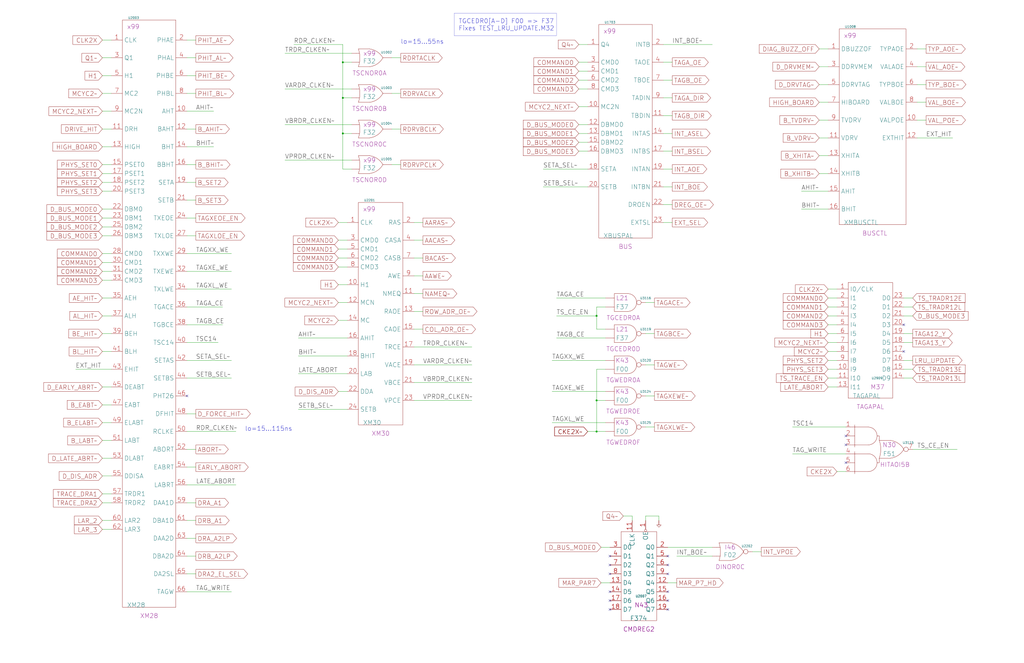
<source format=kicad_sch>
(kicad_sch (version 20230121) (generator eeschema)
  (paper "User" 584.2 378.46)
  (title_block (title "CONTROL\\nTAGSTORE CONTROL\\nRDR CLOCK GENERATION") (date "08-MAR-90") (rev "0.0") (comment 1 "MEM32 BOARD") (comment 2 "232-003066") (comment 3 "S400") (comment 4 "RELEASED"))
  (junction (at 195.58 76.2))
  (junction (at 340.36 246.38))
  (junction (at 340.36 180.34))
  (junction (at 195.58 35.56))
  (junction (at 340.36 228.6))
  (junction (at 195.58 55.88))
  (no_connect (at 347.98 317.5))
  (no_connect (at 381 347.98))
  (no_connect (at 515.62 185.42))
  (no_connect (at 482.6 254))
  (no_connect (at 482.6 248.92))
  (no_connect (at 347.98 337.82))
  (no_connect (at 381 317.5))
  (no_connect (at 515.62 200.66))
  (no_connect (at 381 322.58))
  (no_connect (at 347.98 322.58))
  (no_connect (at 482.6 264.16))
  (no_connect (at 347.98 342.9))
  (no_connect (at 381 342.9))
  (no_connect (at 381 337.82))
  (no_connect (at 381 327.66))
  (no_connect (at 106.68 226.06))
  (no_connect (at 347.98 327.66))
  (no_connect (at 347.98 347.98))
  (wire (pts (xy 452.12 259.08) (xy 482.6 259.08)))
  (wire (pts (xy 106.68 276.86) (xy 134.62 276.86)))
  (wire (pts (xy 58.42 63.5) (xy 63.5 63.5)))
  (wire (pts (xy 58.42 109.22) (xy 63.5 109.22)))
  (wire (pts (xy 106.68 266.7) (xy 111.76 266.7)))
  (wire (pts (xy 378.46 116.84) (xy 383.54 116.84)))
  (wire (pts (xy 368.3 208.28) (xy 373.38 208.28)))
  (wire (pts (xy 195.58 25.4) (xy 195.58 35.56)))
  (wire (pts (xy 340.36 246.38) (xy 345.44 246.38)))
  (wire (pts (xy 58.42 93.98) (xy 63.5 93.98)))
  (wire (pts (xy 58.42 124.46) (xy 63.5 124.46)))
  (wire (pts (xy 195.58 76.2) (xy 195.58 96.52)))
  (wire (pts (xy 106.68 114.3) (xy 111.76 114.3)))
  (wire (pts (xy 106.68 73.66) (xy 111.76 73.66)))
  (wire (pts (xy 223.52 93.98) (xy 228.6 93.98)))
  (wire (pts (xy 106.68 297.18) (xy 111.76 297.18)))
  (wire (pts (xy 330.2 71.12) (xy 335.28 71.12)))
  (wire (pts (xy 58.42 287.02) (xy 63.5 287.02)))
  (wire (pts (xy 223.52 33.02) (xy 228.6 33.02)))
  (wire (pts (xy 330.2 81.28) (xy 335.28 81.28)))
  (wire (pts (xy 523.24 27.94) (xy 528.32 27.94)))
  (wire (pts (xy 195.58 76.2) (xy 200.66 76.2)))
  (wire (pts (xy 472.44 165.1) (xy 477.52 165.1)))
  (polyline (pts (xy 317.5 20.32) (xy 259.08 20.32)) (stroke (width 0.0243)))
  (wire (pts (xy 236.22 208.28) (xy 269.24 208.28)))
  (wire (pts (xy 162.56 50.8) (xy 200.66 50.8)))
  (wire (pts (xy 106.68 256.54) (xy 111.76 256.54)))
  (wire (pts (xy 342.9 312.42) (xy 347.98 312.42)))
  (wire (pts (xy 378.46 127) (xy 383.54 127)))
  (wire (pts (xy 330.2 40.64) (xy 335.28 40.64)))
  (wire (pts (xy 368.3 294.64) (xy 368.3 297.18)))
  (wire (pts (xy 515.62 215.9) (xy 520.7 215.9)))
  (wire (pts (xy 472.44 185.42) (xy 477.52 185.42)))
  (wire (pts (xy 106.68 33.02) (xy 111.76 33.02)))
  (wire (pts (xy 515.62 180.34) (xy 520.7 180.34)))
  (wire (pts (xy 58.42 43.18) (xy 63.5 43.18)))
  (wire (pts (xy 236.22 157.48) (xy 241.3 157.48)))
  (wire (pts (xy 368.3 243.84) (xy 373.38 243.84)))
  (wire (pts (xy 467.36 48.26) (xy 472.44 48.26)))
  (wire (pts (xy 472.44 170.18) (xy 477.52 170.18)))
  (wire (pts (xy 193.04 172.72) (xy 198.12 172.72)))
  (wire (pts (xy 106.68 195.58) (xy 124.46 195.58)))
  (wire (pts (xy 58.42 33.02) (xy 63.5 33.02)))
  (wire (pts (xy 378.46 55.88) (xy 383.54 55.88)))
  (wire (pts (xy 193.04 152.4) (xy 198.12 152.4)))
  (wire (pts (xy 340.36 246.38) (xy 340.36 228.6)))
  (wire (pts (xy 457.2 119.38) (xy 472.44 119.38)))
  (wire (pts (xy 378.46 35.56) (xy 383.54 35.56)))
  (wire (pts (xy 106.68 134.62) (xy 111.76 134.62)))
  (wire (pts (xy 106.68 215.9) (xy 132.08 215.9)))
  (wire (pts (xy 58.42 180.34) (xy 63.5 180.34)))
  (wire (pts (xy 193.04 137.16) (xy 198.12 137.16)))
  (wire (pts (xy 170.18 233.68) (xy 198.12 233.68)))
  (wire (pts (xy 378.46 96.52) (xy 383.54 96.52)))
  (wire (pts (xy 106.68 22.86) (xy 111.76 22.86)))
  (wire (pts (xy 467.36 99.06) (xy 472.44 99.06)))
  (wire (pts (xy 477.52 269.24) (xy 482.6 269.24)))
  (wire (pts (xy 58.42 104.14) (xy 63.5 104.14)))
  (wire (pts (xy 467.36 88.9) (xy 472.44 88.9)))
  (wire (pts (xy 472.44 200.66) (xy 477.52 200.66)))
  (wire (pts (xy 58.42 302.26) (xy 63.5 302.26)))
  (wire (pts (xy 106.68 144.78) (xy 132.08 144.78)))
  (wire (pts (xy 340.36 228.6) (xy 345.44 228.6)))
  (wire (pts (xy 467.36 68.58) (xy 472.44 68.58)))
  (wire (pts (xy 467.36 58.42) (xy 472.44 58.42)))
  (wire (pts (xy 378.46 45.72) (xy 383.54 45.72)))
  (wire (pts (xy 472.44 205.74) (xy 477.52 205.74)))
  (wire (pts (xy 106.68 337.82) (xy 132.08 337.82)))
  (wire (pts (xy 368.3 226.06) (xy 373.38 226.06)))
  (wire (pts (xy 515.62 205.74) (xy 520.7 205.74)))
  (wire (pts (xy 236.22 187.96) (xy 241.3 187.96)))
  (wire (pts (xy 106.68 83.82) (xy 121.92 83.82)))
  (wire (pts (xy 195.58 35.56) (xy 200.66 35.56)))
  (wire (pts (xy 106.68 236.22) (xy 111.76 236.22)))
  (wire (pts (xy 340.36 175.26) (xy 340.36 180.34)))
  (wire (pts (xy 386.08 317.5) (xy 406.4 317.5)))
  (wire (pts (xy 309.88 96.52) (xy 335.28 96.52)))
  (wire (pts (xy 317.5 170.18) (xy 345.44 170.18)))
  (wire (pts (xy 515.62 210.82) (xy 520.7 210.82)))
  (wire (pts (xy 193.04 223.52) (xy 198.12 223.52)))
  (wire (pts (xy 236.22 198.12) (xy 269.24 198.12)))
  (wire (pts (xy 314.96 241.3) (xy 345.44 241.3)))
  (wire (pts (xy 106.68 43.18) (xy 111.76 43.18)))
  (wire (pts (xy 523.24 48.26) (xy 528.32 48.26)))
  (wire (pts (xy 236.22 137.16) (xy 241.3 137.16)))
  (wire (pts (xy 58.42 231.14) (xy 63.5 231.14)))
  (wire (pts (xy 378.46 76.2) (xy 383.54 76.2)))
  (wire (pts (xy 106.68 154.94) (xy 132.08 154.94)))
  (wire (pts (xy 106.68 317.5) (xy 111.76 317.5)))
  (wire (pts (xy 342.9 332.74) (xy 347.98 332.74)))
  (wire (pts (xy 106.68 104.14) (xy 111.76 104.14)))
  (wire (pts (xy 472.44 190.5) (xy 477.52 190.5)))
  (wire (pts (xy 378.46 86.36) (xy 383.54 86.36)))
  (wire (pts (xy 195.58 55.88) (xy 200.66 55.88)))
  (wire (pts (xy 317.5 193.04) (xy 345.44 193.04)))
  (wire (pts (xy 106.68 53.34) (xy 111.76 53.34)))
  (wire (pts (xy 452.12 243.84) (xy 482.6 243.84)))
  (wire (pts (xy 106.68 205.74) (xy 132.08 205.74)))
  (wire (pts (xy 106.68 165.1) (xy 132.08 165.1)))
  (wire (pts (xy 236.22 177.8) (xy 241.3 177.8)))
  (wire (pts (xy 472.44 220.98) (xy 477.52 220.98)))
  (wire (pts (xy 340.36 210.82) (xy 345.44 210.82)))
  (wire (pts (xy 58.42 261.62) (xy 63.5 261.62)))
  (wire (pts (xy 162.56 30.48) (xy 200.66 30.48)))
  (wire (pts (xy 317.5 180.34) (xy 340.36 180.34)))
  (wire (pts (xy 58.42 83.82) (xy 63.5 83.82)))
  (wire (pts (xy 515.62 195.58) (xy 520.7 195.58)))
  (wire (pts (xy 58.42 271.78) (xy 63.5 271.78)))
  (wire (pts (xy 58.42 200.66) (xy 63.5 200.66)))
  (wire (pts (xy 429.26 314.96) (xy 434.34 314.96)))
  (wire (pts (xy 515.62 170.18) (xy 520.7 170.18)))
  (wire (pts (xy 58.42 129.54) (xy 63.5 129.54)))
  (wire (pts (xy 58.42 134.62) (xy 63.5 134.62)))
  (wire (pts (xy 309.88 106.68) (xy 335.28 106.68)))
  (wire (pts (xy 58.42 190.5) (xy 63.5 190.5)))
  (wire (pts (xy 378.46 66.04) (xy 383.54 66.04)))
  (wire (pts (xy 58.42 22.86) (xy 63.5 22.86)))
  (wire (pts (xy 236.22 167.64) (xy 241.3 167.64)))
  (wire (pts (xy 330.2 60.96) (xy 335.28 60.96)))
  (polyline (pts (xy 259.08 7.62) (xy 259.08 20.32)) (stroke (width 0.0243)))
  (wire (pts (xy 236.22 127) (xy 241.3 127)))
  (wire (pts (xy 106.68 63.5) (xy 121.92 63.5)))
  (wire (pts (xy 58.42 154.94) (xy 63.5 154.94)))
  (wire (pts (xy 170.18 203.2) (xy 198.12 203.2)))
  (wire (pts (xy 58.42 281.94) (xy 63.5 281.94)))
  (wire (pts (xy 330.2 86.36) (xy 335.28 86.36)))
  (wire (pts (xy 58.42 170.18) (xy 63.5 170.18)))
  (wire (pts (xy 223.52 53.34) (xy 228.6 53.34)))
  (wire (pts (xy 162.56 71.12) (xy 200.66 71.12)))
  (wire (pts (xy 106.68 185.42) (xy 127 185.42)))
  (wire (pts (xy 58.42 297.18) (xy 63.5 297.18)))
  (wire (pts (xy 58.42 99.06) (xy 63.5 99.06)))
  (wire (pts (xy 58.42 241.3) (xy 63.5 241.3)))
  (wire (pts (xy 193.04 162.56) (xy 198.12 162.56)))
  (wire (pts (xy 335.28 246.38) (xy 340.36 246.38)))
  (wire (pts (xy 314.96 223.52) (xy 345.44 223.52)))
  (wire (pts (xy 340.36 210.82) (xy 340.36 228.6)))
  (wire (pts (xy 106.68 93.98) (xy 111.76 93.98)))
  (wire (pts (xy 472.44 210.82) (xy 477.52 210.82)))
  (wire (pts (xy 330.2 35.56) (xy 335.28 35.56)))
  (wire (pts (xy 236.22 228.6) (xy 269.24 228.6)))
  (wire (pts (xy 193.04 147.32) (xy 198.12 147.32)))
  (wire (pts (xy 314.96 205.74) (xy 345.44 205.74)))
  (wire (pts (xy 381 312.42) (xy 406.4 312.42)))
  (wire (pts (xy 106.68 175.26) (xy 127 175.26)))
  (wire (pts (xy 195.58 35.56) (xy 195.58 55.88)))
  (wire (pts (xy 43.18 210.82) (xy 63.5 210.82)))
  (wire (pts (xy 523.24 58.42) (xy 528.32 58.42)))
  (wire (pts (xy 467.36 38.1) (xy 472.44 38.1)))
  (wire (pts (xy 106.68 307.34) (xy 111.76 307.34)))
  (wire (pts (xy 472.44 195.58) (xy 477.52 195.58)))
  (wire (pts (xy 330.2 45.72) (xy 335.28 45.72)))
  (wire (pts (xy 457.2 109.22) (xy 472.44 109.22)))
  (wire (pts (xy 360.68 294.64) (xy 360.68 297.18)))
  (wire (pts (xy 330.2 50.8) (xy 335.28 50.8)))
  (wire (pts (xy 515.62 175.26) (xy 520.7 175.26)))
  (wire (pts (xy 467.36 78.74) (xy 472.44 78.74)))
  (wire (pts (xy 193.04 127) (xy 198.12 127)))
  (wire (pts (xy 340.36 187.96) (xy 340.36 180.34)))
  (wire (pts (xy 195.58 55.88) (xy 195.58 76.2)))
  (wire (pts (xy 106.68 287.02) (xy 111.76 287.02)))
  (wire (pts (xy 236.22 218.44) (xy 269.24 218.44)))
  (wire (pts (xy 58.42 144.78) (xy 63.5 144.78)))
  (wire (pts (xy 472.44 175.26) (xy 477.52 175.26)))
  (wire (pts (xy 170.18 213.36) (xy 198.12 213.36)))
  (wire (pts (xy 375.92 294.64) (xy 375.92 297.18)))
  (wire (pts (xy 106.68 327.66) (xy 111.76 327.66)))
  (wire (pts (xy 520.7 256.54) (xy 546.1 256.54)))
  (wire (pts (xy 170.18 193.04) (xy 198.12 193.04)))
  (wire (pts (xy 58.42 119.38) (xy 63.5 119.38)))
  (wire (pts (xy 378.46 25.4) (xy 406.4 25.4)))
  (wire (pts (xy 193.04 142.24) (xy 198.12 142.24)))
  (wire (pts (xy 167.64 25.4) (xy 195.58 25.4)))
  (wire (pts (xy 368.3 190.5) (xy 373.38 190.5)))
  (wire (pts (xy 523.24 78.74) (xy 543.56 78.74)))
  (wire (pts (xy 375.92 294.64) (xy 368.3 294.64)))
  (wire (pts (xy 467.36 27.94) (xy 472.44 27.94)))
  (wire (pts (xy 162.56 91.44) (xy 200.66 91.44)))
  (wire (pts (xy 472.44 215.9) (xy 477.52 215.9)))
  (wire (pts (xy 523.24 68.58) (xy 528.32 68.58)))
  (polyline (pts (xy 317.5 7.62) (xy 317.5 20.32)) (stroke (width 0.0243)))
  (wire (pts (xy 378.46 106.68) (xy 383.54 106.68)))
  (wire (pts (xy 106.68 124.46) (xy 111.76 124.46)))
  (wire (pts (xy 58.42 220.98) (xy 63.5 220.98)))
  (wire (pts (xy 345.44 175.26) (xy 340.36 175.26)))
  (wire (pts (xy 330.2 76.2) (xy 335.28 76.2)))
  (wire (pts (xy 58.42 73.66) (xy 63.5 73.66)))
  (wire (pts (xy 195.58 96.52) (xy 200.66 96.52)))
  (polyline (pts (xy 259.08 7.62) (xy 317.5 7.62)) (stroke (width 0.0243)))
  (wire (pts (xy 330.2 25.4) (xy 335.28 25.4)))
  (wire (pts (xy 345.44 187.96) (xy 340.36 187.96)))
  (wire (pts (xy 106.68 246.38) (xy 134.62 246.38)))
  (wire (pts (xy 193.04 182.88) (xy 198.12 182.88)))
  (wire (pts (xy 515.62 190.5) (xy 520.7 190.5)))
  (wire (pts (xy 236.22 147.32) (xy 241.3 147.32)))
  (wire (pts (xy 472.44 180.34) (xy 477.52 180.34)))
  (wire (pts (xy 58.42 149.86) (xy 63.5 149.86)))
  (wire (pts (xy 58.42 160.02) (xy 63.5 160.02)))
  (wire (pts (xy 223.52 73.66) (xy 228.6 73.66)))
  (wire (pts (xy 355.6 294.64) (xy 360.68 294.64)))
  (wire (pts (xy 58.42 53.34) (xy 63.5 53.34)))
  (wire (pts (xy 368.3 172.72) (xy 373.38 172.72)))
  (wire (pts (xy 381 332.74) (xy 386.08 332.74)))
  (wire (pts (xy 58.42 251.46) (xy 63.5 251.46)))
  (wire (pts (xy 523.24 38.1) (xy 528.32 38.1)))
  (text "lo=15…55ns" (at 228.6 25.4 0) (effects (font (size 2.54 2.54)) (justify left bottom)))
  (text "TGCEDR0[A-D] F00 => F37\nFixes TEST_LRU_UPDATE.M32" (at 261.62 17.78 0) (effects (font (size 2.54 2.54)) (justify left bottom)))
  (text "lo=15…115ns" (at 139.7 246.38 0) (effects (font (size 2.54 2.54)) (justify left bottom)))
  (label "AHIT~" (at 457.2 109.22 0) (effects (font (size 2.54 2.54))))
  (label "EXT_HIT" (at 528.32 78.74 0) (effects (font (size 2.54 2.54))))
  (label "VPRDR_CLKEN~" (at 241.3 228.6 0) (effects (font (size 2.54 2.54))))
  (label "TAGXX_WE" (at 111.76 144.78 0) (effects (font (size 2.54 2.54))))
  (label "SETB_SEL~" (at 309.88 106.68 0) (effects (font (size 2.54 2.54))))
  (label "SETB_SEL~" (at 170.18 233.68 0) (effects (font (size 2.54 2.54))))
  (label "TAGXE_WE" (at 314.96 223.52 0) (effects (font (size 2.54 2.54))))
  (label "TAGB_CE" (at 317.5 193.04 0) (effects (font (size 2.54 2.54))))
  (label "TAG_WRITE" (at 111.76 337.82 0) (effects (font (size 2.54 2.54))))
  (label "AHIT~" (at 111.76 63.5 0) (effects (font (size 2.54 2.54))))
  (label "VBRDR_CLKEN~" (at 162.56 71.12 0) (effects (font (size 2.54 2.54))))
  (label "VBRDR_CLKEN~" (at 241.3 218.44 0) (effects (font (size 2.54 2.54))))
  (label "VARDR_CLKEN~" (at 241.3 208.28 0) (effects (font (size 2.54 2.54))))
  (label "SETB_SEL~" (at 111.76 215.9 0) (effects (font (size 2.54 2.54))))
  (label "TAGXX_WE" (at 314.96 205.74 0) (effects (font (size 2.54 2.54))))
  (label "TSC14" (at 111.76 195.58 0) (effects (font (size 2.54 2.54))))
  (label "BHIT~" (at 111.76 83.82 0) (effects (font (size 2.54 2.54))))
  (label "TAGA_CE" (at 317.5 170.18 0) (effects (font (size 2.54 2.54))))
  (label "TRDR_CLKEN~" (at 241.3 198.12 0) (effects (font (size 2.54 2.54))))
  (label "TAGB_CE" (at 111.76 185.42 0) (effects (font (size 2.54 2.54))))
  (label "LATE_ABORT" (at 111.76 276.86 0) (effects (font (size 2.54 2.54))))
  (label "RDR_CLKEN~" (at 111.76 246.38 0) (effects (font (size 2.54 2.54))))
  (label "INT_BOE~" (at 383.54 25.4 0) (effects (font (size 2.54 2.54))))
  (label "VPRDR_CLKEN~" (at 162.56 91.44 0) (effects (font (size 2.54 2.54))))
  (label "TAGXL_WE" (at 314.96 241.3 0) (effects (font (size 2.54 2.54))))
  (label "EXT_HIT" (at 43.18 210.82 0) (effects (font (size 2.54 2.54))))
  (label "TS_CE_EN" (at 523.24 256.54 0) (effects (font (size 2.54 2.54))))
  (label "INT_BOE~" (at 386.08 317.5 0) (effects (font (size 2.54 2.54))))
  (label "TAGA_CE" (at 111.76 175.26 0) (effects (font (size 2.54 2.54))))
  (label "BHIT~" (at 457.2 119.38 0) (effects (font (size 2.54 2.54))))
  (label "BHIT~" (at 170.18 203.2 0) (effects (font (size 2.54 2.54))))
  (label "TAGXL_WE" (at 111.76 165.1 0) (effects (font (size 2.54 2.54))))
  (label "TS_CE_EN" (at 317.5 180.34 0) (effects (font (size 2.54 2.54))))
  (label "TSC14" (at 452.12 243.84 0) (effects (font (size 2.54 2.54))))
  (label "AHIT~" (at 170.18 193.04 0) (effects (font (size 2.54 2.54))))
  (label "TAGXE_WE" (at 111.76 154.94 0) (effects (font (size 2.54 2.54))))
  (label "TAG_WRITE" (at 452.12 259.08 0) (effects (font (size 2.54 2.54))))
  (label "LATE_ABORT" (at 170.18 213.36 0) (effects (font (size 2.54 2.54))))
  (label "SETA_SEL~" (at 309.88 96.52 0) (effects (font (size 2.54 2.54))))
  (label "RDR_CLKEN~" (at 167.64 25.4 0) (effects (font (size 2.54 2.54))))
  (label "TRDR_CLKEN~" (at 162.56 30.48 0) (effects (font (size 2.54 2.54))))
  (label "VARDR_CLKEN~" (at 162.56 50.8 0) (effects (font (size 2.54 2.54))))
  (label "SETA_SEL~" (at 111.76 205.74 0) (effects (font (size 2.54 2.54))))
  (global_label "COMMAND2" (shape input) (at 330.2 45.72 180) (effects (font (size 2.54 2.54))) (property "Intersheetrefs" "${INTERSHEET_REFS}" (at 304.5702 45.5613 0) (effects (font (size 1.905 1.905)) (justify right))))
  (global_label "INT_ASEL" (shape output) (at 383.54 76.2 0) (effects (font (size 2.54 2.54))) (property "Intersheetrefs" "${INTERSHEET_REFS}" (at 405.0574 76.0413 0) (effects (font (size 1.905 1.905)) (justify left))))
  (global_label "D_BUS_MODE2" (shape input) (at 330.2 81.28 180) (effects (font (size 2.54 2.54))) (property "Intersheetrefs" "${INTERSHEET_REFS}" (at 298.5226 81.1213 0) (effects (font (size 1.905 1.905)) (justify right))))
  (global_label "D_BUS_MODE3" (shape input) (at 330.2 86.36 180) (effects (font (size 2.54 2.54))) (property "Intersheetrefs" "${INTERSHEET_REFS}" (at 298.5226 86.2013 0) (effects (font (size 1.905 1.905)) (justify right))))
  (global_label "PHIT_BL~" (shape output) (at 111.76 53.34 0) (effects (font (size 2.54 2.54))) (property "Intersheetrefs" "${INTERSHEET_REFS}" (at 133.2774 53.1813 0) (effects (font (size 1.905 1.905)) (justify left))))
  (global_label "D_DRVMEM~" (shape input) (at 467.36 38.1 180) (effects (font (size 2.54 2.54))) (property "Intersheetrefs" "${INTERSHEET_REFS}" (at 440.8835 37.9413 0) (effects (font (size 1.905 1.905)) (justify right))))
  (global_label "PHIT_BE~" (shape output) (at 111.76 43.18 0) (effects (font (size 2.54 2.54))) (property "Intersheetrefs" "${INTERSHEET_REFS}" (at 133.5193 43.0213 0) (effects (font (size 1.905 1.905)) (justify left))))
  (global_label "D_LATE_ABRT~" (shape input) (at 58.42 261.62 180) (effects (font (size 2.54 2.54))) (property "Intersheetrefs" "${INTERSHEET_REFS}" (at 27.7102 261.4613 0) (effects (font (size 1.905 1.905)) (justify right))))
  (global_label "TAGA_DIR" (shape output) (at 383.54 55.88 0) (effects (font (size 2.54 2.54))) (property "Intersheetrefs" "${INTERSHEET_REFS}" (at 405.4203 55.7213 0) (effects (font (size 1.905 1.905)) (justify left))))
  (global_label "B_TVDRV~" (shape input) (at 467.36 68.58 180) (effects (font (size 2.54 2.54))) (property "Intersheetrefs" "${INTERSHEET_REFS}" (at 444.875 68.4213 0) (effects (font (size 1.905 1.905)) (justify right))))
  (global_label "B_SET2" (shape output) (at 111.76 104.14 0) (effects (font (size 2.54 2.54))) (property "Intersheetrefs" "${INTERSHEET_REFS}" (at 130.1327 103.9813 0) (effects (font (size 1.905 1.905)) (justify left))))
  (global_label "VAL_POE~" (shape output) (at 528.32 68.58 0) (effects (font (size 2.54 2.54))) (property "Intersheetrefs" "${INTERSHEET_REFS}" (at 550.805 68.4213 0) (effects (font (size 1.905 1.905)) (justify left))))
  (global_label "CLK2X~" (shape input) (at 193.04 127 180) (effects (font (size 2.54 2.54))) (property "Intersheetrefs" "${INTERSHEET_REFS}" (at 173.441 127 0) (effects (justify right))))
  (global_label "TAGBCE~" (shape output) (at 373.38 190.5 0) (effects (font (size 2.54 2.54))) (property "Intersheetrefs" "${INTERSHEET_REFS}" (at 396.4698 190.3413 0) (effects (font (size 1.905 1.905)) (justify left))))
  (global_label "TYP_BOE~" (shape output) (at 528.32 48.26 0) (effects (font (size 2.54 2.54))) (property "Intersheetrefs" "${INTERSHEET_REFS}" (at 551.047 48.1013 0) (effects (font (size 1.905 1.905)) (justify left))))
  (global_label "AARAS~" (shape output) (at 241.3 127 0) (effects (font (size 2.54 2.54))) (property "Intersheetrefs" "${INTERSHEET_REFS}" (at 259.4308 126.8413 0) (effects (font (size 1.905 1.905)) (justify left))))
  (global_label "PHYS_SET2" (shape input) (at 472.44 205.74 180) (effects (font (size 2.54 2.54))) (property "Intersheetrefs" "${INTERSHEET_REFS}" (at 446.8102 205.5813 0) (effects (font (size 1.905 1.905)) (justify right))))
  (global_label "MCYC2~" (shape input) (at 58.42 53.34 180) (effects (font (size 2.54 2.54))) (property "Intersheetrefs" "${INTERSHEET_REFS}" (at 39.2007 53.1813 0) (effects (font (size 1.905 1.905)) (justify right))))
  (global_label "PHYS_SET3" (shape input) (at 58.42 109.22 180) (effects (font (size 2.54 2.54))) (property "Intersheetrefs" "${INTERSHEET_REFS}" (at 32.7902 109.0613 0) (effects (font (size 1.905 1.905)) (justify right))))
  (global_label "PHYS_SET0" (shape input) (at 58.42 93.98 180) (effects (font (size 2.54 2.54))) (property "Intersheetrefs" "${INTERSHEET_REFS}" (at 32.7902 93.8213 0) (effects (font (size 1.905 1.905)) (justify right))))
  (global_label "TAGA12_Y" (shape output) (at 520.7 190.5 0) (effects (font (size 2.54 2.54))) (property "Intersheetrefs" "${INTERSHEET_REFS}" (at 543.306 190.3413 0) (effects (font (size 1.905 1.905)) (justify left))))
  (global_label "NAMEQ~" (shape output) (at 241.3 167.64 0) (effects (font (size 2.54 2.54))) (property "Intersheetrefs" "${INTERSHEET_REFS}" (at 260.6403 167.4813 0) (effects (font (size 1.905 1.905)) (justify left))))
  (global_label "AE_HIT~" (shape input) (at 58.42 170.18 180) (effects (font (size 2.54 2.54))) (property "Intersheetrefs" "${INTERSHEET_REFS}" (at 38.5791 170.18 0) (effects (font (size 2.54 2.54)) (justify right))))
  (global_label "RDRVACLK" (shape output) (at 228.6 53.34 0) (effects (font (size 2.54 2.54))) (property "Intersheetrefs" "${INTERSHEET_REFS}" (at 252.5365 53.1813 0) (effects (font (size 1.905 1.905)) (justify left))))
  (global_label "Q1~" (shape input) (at 58.42 33.02 180) (effects (font (size 2.54 2.54))) (property "Intersheetrefs" "${INTERSHEET_REFS}" (at 41.7407 32.8613 0) (effects (font (size 1.905 1.905)) (justify right))))
  (global_label "B_EABT~" (shape input) (at 58.42 231.14 180) (effects (font (size 2.54 2.54))) (property "Intersheetrefs" "${INTERSHEET_REFS}" (at 38.354 230.9813 0) (effects (font (size 1.905 1.905)) (justify right))))
  (global_label "Q4~" (shape input) (at 355.6 294.64 180) (effects (font (size 2.54 2.54))) (property "Intersheetrefs" "${INTERSHEET_REFS}" (at 338.9207 294.4813 0) (effects (font (size 1.905 1.905)) (justify right))))
  (global_label "TS_TRADR13L" (shape input) (at 520.7 215.9 0) (effects (font (size 2.54 2.54))) (property "Intersheetrefs" "${INTERSHEET_REFS}" (at 550.4422 215.7413 0) (effects (font (size 1.905 1.905)) (justify left))))
  (global_label "TRACE_DRA1" (shape input) (at 58.42 281.94 180) (effects (font (size 2.54 2.54))) (property "Intersheetrefs" "${INTERSHEET_REFS}" (at 30.4921 281.7813 0) (effects (font (size 1.905 1.905)) (justify right))))
  (global_label "CLK2X~" (shape input) (at 472.44 165.1 180) (effects (font (size 2.54 2.54))) (property "Intersheetrefs" "${INTERSHEET_REFS}" (at 448.8664 164.9413 0) (effects (font (size 1.905 1.905)) (justify right))))
  (global_label "COMMAND3" (shape input) (at 193.04 152.4 180) (effects (font (size 2.54 2.54))) (property "Intersheetrefs" "${INTERSHEET_REFS}" (at 166.4256 152.4 0) (effects (justify right))))
  (global_label "HIGH_BOARD" (shape input) (at 58.42 83.82 180) (effects (font (size 2.54 2.54))) (property "Intersheetrefs" "${INTERSHEET_REFS}" (at 30.1292 83.6613 0) (effects (font (size 1.905 1.905)) (justify right))))
  (global_label "TAGWE~" (shape output) (at 373.38 208.28 0) (effects (font (size 2.54 2.54))) (property "Intersheetrefs" "${INTERSHEET_REFS}" (at 396.4698 208.1213 0) (effects (font (size 1.905 1.905)) (justify left))))
  (global_label "RDRVPCLK" (shape output) (at 228.6 93.98 0) (effects (font (size 2.54 2.54))) (property "Intersheetrefs" "${INTERSHEET_REFS}" (at 252.8993 93.8213 0) (effects (font (size 1.905 1.905)) (justify left))))
  (global_label "TAGXLWE~" (shape output) (at 373.38 243.84 0) (effects (font (size 2.54 2.54))) (property "Intersheetrefs" "${INTERSHEET_REFS}" (at 396.3489 243.6813 0) (effects (font (size 1.905 1.905)) (justify left))))
  (global_label "TS_TRADR12E" (shape input) (at 520.7 170.18 0) (effects (font (size 2.54 2.54))) (property "Intersheetrefs" "${INTERSHEET_REFS}" (at 550.6841 170.0213 0) (effects (font (size 1.905 1.905)) (justify left))))
  (global_label "TAGA_OE" (shape output) (at 383.54 35.56 0) (effects (font (size 2.54 2.54))) (property "Intersheetrefs" "${INTERSHEET_REFS}" (at 405.0742 35.56 0) (effects (justify left))))
  (global_label "TS_TRADR12L" (shape input) (at 520.7 175.26 0) (effects (font (size 2.54 2.54))) (property "Intersheetrefs" "${INTERSHEET_REFS}" (at 550.4422 175.1013 0) (effects (font (size 1.905 1.905)) (justify left))))
  (global_label "EXT_SEL" (shape output) (at 383.54 127 0) (effects (font (size 2.54 2.54))) (property "Intersheetrefs" "${INTERSHEET_REFS}" (at 405.9041 126.8413 0) (effects (font (size 1.905 1.905)) (justify left))))
  (global_label "COL_ADR_OE~" (shape output) (at 241.3 187.96 0) (effects (font (size 2.54 2.54))) (property "Intersheetrefs" "${INTERSHEET_REFS}" (at 271.2841 187.8013 0) (effects (font (size 1.905 1.905)) (justify left))))
  (global_label "B_LABT~" (shape input) (at 58.42 251.46 180) (effects (font (size 2.54 2.54))) (property "Intersheetrefs" "${INTERSHEET_REFS}" (at 38.5959 251.3013 0) (effects (font (size 1.905 1.905)) (justify right))))
  (global_label "COMMAND3" (shape input) (at 330.2 50.8 180) (effects (font (size 2.54 2.54))) (property "Intersheetrefs" "${INTERSHEET_REFS}" (at 304.5702 50.6413 0) (effects (font (size 1.905 1.905)) (justify right))))
  (global_label "H1" (shape input) (at 58.42 43.18 180) (effects (font (size 2.54 2.54))) (property "Intersheetrefs" "${INTERSHEET_REFS}" (at 48.514 43.0213 0) (effects (font (size 1.905 1.905)) (justify right))))
  (global_label "D_BUS_MODE1" (shape input) (at 330.2 76.2 180) (effects (font (size 2.54 2.54))) (property "Intersheetrefs" "${INTERSHEET_REFS}" (at 298.5226 76.0413 0) (effects (font (size 1.905 1.905)) (justify right))))
  (global_label "MCYC2_NEXT~" (shape input) (at 330.2 60.96 180) (effects (font (size 2.54 2.54))) (property "Intersheetrefs" "${INTERSHEET_REFS}" (at 299.7321 60.8013 0) (effects (font (size 1.905 1.905)) (justify right))))
  (global_label "CKE2X" (shape input) (at 477.52 269.24 180) (effects (font (size 2.54 2.54))) (property "Intersheetrefs" "${INTERSHEET_REFS}" (at 453.5835 269.0813 0) (effects (font (size 1.905 1.905)) (justify right))))
  (global_label "COMMAND1" (shape input) (at 193.04 142.24 180) (effects (font (size 2.54 2.54))) (property "Intersheetrefs" "${INTERSHEET_REFS}" (at 166.4256 142.24 0) (effects (justify right))))
  (global_label "TAGXEOE_EN" (shape output) (at 111.76 124.46 0) (effects (font (size 2.54 2.54))) (property "Intersheetrefs" "${INTERSHEET_REFS}" (at 139.8089 124.3013 0) (effects (font (size 1.905 1.905)) (justify left))))
  (global_label "D_BUS_MODE1" (shape input) (at 58.42 124.46 180) (effects (font (size 2.54 2.54))) (property "Intersheetrefs" "${INTERSHEET_REFS}" (at 26.7426 124.3013 0) (effects (font (size 1.905 1.905)) (justify right))))
  (global_label "COMMAND3" (shape input) (at 58.42 160.02 180) (effects (font (size 2.54 2.54))) (property "Intersheetrefs" "${INTERSHEET_REFS}" (at 32.7902 159.8613 0) (effects (font (size 1.905 1.905)) (justify right))))
  (global_label "PHIT_AL~" (shape output) (at 111.76 33.02 0) (effects (font (size 2.54 2.54))) (property "Intersheetrefs" "${INTERSHEET_REFS}" (at 132.9146 32.8613 0) (effects (font (size 1.905 1.905)) (justify left))))
  (global_label "AACAS~" (shape output) (at 241.3 137.16 0) (effects (font (size 2.54 2.54))) (property "Intersheetrefs" "${INTERSHEET_REFS}" (at 259.4308 137.0013 0) (effects (font (size 1.905 1.905)) (justify left))))
  (global_label "EARLY_ABORT" (shape output) (at 111.76 266.7 0) (effects (font (size 2.54 2.54))) (property "Intersheetrefs" "${INTERSHEET_REFS}" (at 142.6075 266.7 0) (effects (justify left))))
  (global_label "RDRVBCLK" (shape output) (at 228.6 73.66 0) (effects (font (size 2.54 2.54))) (property "Intersheetrefs" "${INTERSHEET_REFS}" (at 252.8993 73.5013 0) (effects (font (size 1.905 1.905)) (justify left))))
  (global_label "Q4~" (shape input) (at 330.2 25.4 180) (effects (font (size 2.54 2.54))) (property "Intersheetrefs" "${INTERSHEET_REFS}" (at 313.5207 25.2413 0) (effects (font (size 1.905 1.905)) (justify right))))
  (global_label "VAL_AOE~" (shape output) (at 528.32 38.1 0) (effects (font (size 2.54 2.54))) (property "Intersheetrefs" "${INTERSHEET_REFS}" (at 550.4422 37.9413 0) (effects (font (size 1.905 1.905)) (justify left))))
  (global_label "D_FORCE_HIT~" (shape output) (at 111.76 236.22 0) (effects (font (size 2.54 2.54))) (property "Intersheetrefs" "${INTERSHEET_REFS}" (at 142.8327 236.0613 0) (effects (font (size 1.905 1.905)) (justify left))))
  (global_label "D_DIS_ADR" (shape input) (at 58.42 271.78 180) (effects (font (size 2.54 2.54))) (property "Intersheetrefs" "${INTERSHEET_REFS}" (at 33.7578 271.6213 0) (effects (font (size 1.905 1.905)) (justify right))))
  (global_label "MCYC2_NEXT~" (shape input) (at 58.42 63.5 180) (effects (font (size 2.54 2.54))) (property "Intersheetrefs" "${INTERSHEET_REFS}" (at 27.9521 63.3413 0) (effects (font (size 1.905 1.905)) (justify right))))
  (global_label "ABORT~" (shape output) (at 111.76 256.54 0) (effects (font (size 2.54 2.54))) (property "Intersheetrefs" "${INTERSHEET_REFS}" (at 130.2536 256.3813 0) (effects (font (size 1.905 1.905)) (justify left))))
  (global_label "B_ELABT~" (shape input) (at 58.42 241.3 180) (effects (font (size 2.54 2.54))) (property "Intersheetrefs" "${INTERSHEET_REFS}" (at 36.2978 241.1413 0) (effects (font (size 1.905 1.905)) (justify right))))
  (global_label "RDRTACLK" (shape output) (at 228.6 33.02 0) (effects (font (size 2.54 2.54))) (property "Intersheetrefs" "${INTERSHEET_REFS}" (at 252.6574 32.8613 0) (effects (font (size 1.905 1.905)) (justify left))))
  (global_label "COMMAND2" (shape input) (at 472.44 180.34 180) (effects (font (size 2.54 2.54))) (property "Intersheetrefs" "${INTERSHEET_REFS}" (at 446.8102 180.1813 0) (effects (font (size 1.905 1.905)) (justify right))))
  (global_label "DREG_OE~" (shape output) (at 383.54 116.84 0) (effects (font (size 2.54 2.54))) (property "Intersheetrefs" "${INTERSHEET_REFS}" (at 406.9927 116.6813 0) (effects (font (size 1.905 1.905)) (justify left))))
  (global_label "DRA2_EL_SEL" (shape output) (at 111.76 327.66 0) (effects (font (size 2.54 2.54))) (property "Intersheetrefs" "${INTERSHEET_REFS}" (at 142.2446 327.66 0) (effects (justify left))))
  (global_label "MCYC2_NEXT~" (shape input) (at 193.04 172.72 180) (effects (font (size 2.54 2.54))) (property "Intersheetrefs" "${INTERSHEET_REFS}" (at 161.5877 172.72 0) (effects (justify right))))
  (global_label "D_DRVTAG~" (shape input) (at 467.36 48.26 180) (effects (font (size 2.54 2.54))) (property "Intersheetrefs" "${INTERSHEET_REFS}" (at 442.335 48.1013 0) (effects (font (size 1.905 1.905)) (justify right))))
  (global_label "D_BUS_MODE2" (shape input) (at 58.42 129.54 180) (effects (font (size 2.54 2.54))) (property "Intersheetrefs" "${INTERSHEET_REFS}" (at 26.7426 129.3813 0) (effects (font (size 1.905 1.905)) (justify right))))
  (global_label "H1" (shape input) (at 472.44 190.5 180) (effects (font (size 2.54 2.54))) (property "Intersheetrefs" "${INTERSHEET_REFS}" (at 462.534 190.3413 0) (effects (font (size 1.905 1.905)) (justify right))))
  (global_label "LRU_UPDATE" (shape output) (at 520.7 205.74 0) (effects (font (size 2.54 2.54))) (property "Intersheetrefs" "${INTERSHEET_REFS}" (at 548.8698 205.5813 0) (effects (font (size 1.905 1.905)) (justify left))))
  (global_label "PHIT_AE~" (shape output) (at 111.76 22.86 0) (effects (font (size 2.54 2.54))) (property "Intersheetrefs" "${INTERSHEET_REFS}" (at 133.1565 22.7013 0) (effects (font (size 1.905 1.905)) (justify left))))
  (global_label "ROW_ADR_OE~" (shape output) (at 241.3 177.8 0) (effects (font (size 2.54 2.54))) (property "Intersheetrefs" "${INTERSHEET_REFS}" (at 272.1308 177.6413 0) (effects (font (size 1.905 1.905)) (justify left))))
  (global_label "MCYC2~" (shape input) (at 472.44 200.66 180) (effects (font (size 2.54 2.54))) (property "Intersheetrefs" "${INTERSHEET_REFS}" (at 453.2207 200.5013 0) (effects (font (size 1.905 1.905)) (justify right))))
  (global_label "DRIVE_HIT" (shape input) (at 58.42 73.66 180) (effects (font (size 2.54 2.54))) (property "Intersheetrefs" "${INTERSHEET_REFS}" (at 35.0883 73.5013 0) (effects (font (size 1.905 1.905)) (justify right))))
  (global_label "DIAG_BUZZ_OFF" (shape input) (at 467.36 27.94 180) (effects (font (size 2.54 2.54))) (property "Intersheetrefs" "${INTERSHEET_REFS}" (at 432.1583 27.94 0) (effects (justify right))))
  (global_label "TAGACE~" (shape output) (at 373.38 172.72 0) (effects (font (size 2.54 2.54))) (property "Intersheetrefs" "${INTERSHEET_REFS}" (at 396.107 172.5613 0) (effects (font (size 1.905 1.905)) (justify left))))
  (global_label "D_DIS_ADR" (shape input) (at 193.04 223.52 180) (effects (font (size 2.54 2.54))) (property "Intersheetrefs" "${INTERSHEET_REFS}" (at 167.3935 223.52 0) (effects (justify right))))
  (global_label "COMMAND0" (shape input) (at 193.04 137.16 180) (effects (font (size 2.54 2.54))) (property "Intersheetrefs" "${INTERSHEET_REFS}" (at 166.4256 137.16 0) (effects (justify right))))
  (global_label "DRA_A1" (shape output) (at 111.76 287.02 0) (effects (font (size 2.54 2.54))) (property "Intersheetrefs" "${INTERSHEET_REFS}" (at 130.3746 286.8613 0) (effects (font (size 1.905 1.905)) (justify left))))
  (global_label "TAGXLOE_EN" (shape output) (at 111.76 134.62 0) (effects (font (size 2.54 2.54))) (property "Intersheetrefs" "${INTERSHEET_REFS}" (at 139.567 134.4613 0) (effects (font (size 1.905 1.905)) (justify left))))
  (global_label "B_VDRV~" (shape input) (at 467.36 78.74 180) (effects (font (size 2.54 2.54))) (property "Intersheetrefs" "${INTERSHEET_REFS}" (at 446.8102 78.5813 0) (effects (font (size 1.905 1.905)) (justify right))))
  (global_label "AAWE~" (shape output) (at 241.3 157.48 0) (effects (font (size 2.54 2.54))) (property "Intersheetrefs" "${INTERSHEET_REFS}" (at 257.8584 157.3213 0) (effects (font (size 1.905 1.905)) (justify left))))
  (global_label "TAGB_DIR" (shape output) (at 383.54 66.04 0) (effects (font (size 2.54 2.54))) (property "Intersheetrefs" "${INTERSHEET_REFS}" (at 405.7831 65.8813 0) (effects (font (size 1.905 1.905)) (justify left))))
  (global_label "LAR_2" (shape input) (at 58.42 297.18 180) (effects (font (size 2.54 2.54))) (property "Intersheetrefs" "${INTERSHEET_REFS}" (at 42.4664 297.0213 0) (effects (font (size 1.905 1.905)) (justify right))))
  (global_label "D_BUS_MODE3" (shape input) (at 520.7 180.34 0) (effects (font (size 2.54 2.54))) (property "Intersheetrefs" "${INTERSHEET_REFS}" (at 552.3774 180.1813 0) (effects (font (size 1.905 1.905)) (justify left))))
  (global_label "HIGH_BOARD" (shape input) (at 467.36 58.42 180) (effects (font (size 2.54 2.54))) (property "Intersheetrefs" "${INTERSHEET_REFS}" (at 439.0692 58.2613 0) (effects (font (size 1.905 1.905)) (justify right))))
  (global_label "TRACE_DRA2" (shape input) (at 58.42 287.02 180) (effects (font (size 2.54 2.54))) (property "Intersheetrefs" "${INTERSHEET_REFS}" (at 30.4921 286.8613 0) (effects (font (size 1.905 1.905)) (justify right))))
  (global_label "BL_HIT~" (shape input) (at 58.42 200.66 180) (effects (font (size 2.54 2.54))) (property "Intersheetrefs" "${INTERSHEET_REFS}" (at 38.4581 200.66 0) (effects (font (size 2.54 2.54)) (justify right))))
  (global_label "COMMAND0" (shape input) (at 330.2 35.56 180) (effects (font (size 2.54 2.54))) (property "Intersheetrefs" "${INTERSHEET_REFS}" (at 304.5702 35.4013 0) (effects (font (size 1.905 1.905)) (justify right))))
  (global_label "H1" (shape input) (at 193.04 162.56 180) (effects (font (size 2.54 2.54))) (property "Intersheetrefs" "${INTERSHEET_REFS}" (at 182.1495 162.56 0) (effects (justify right))))
  (global_label "TAGA13_Y" (shape output) (at 520.7 195.58 0) (effects (font (size 2.54 2.54))) (property "Intersheetrefs" "${INTERSHEET_REFS}" (at 543.306 195.4213 0) (effects (font (size 1.905 1.905)) (justify left))))
  (global_label "D_EARLY_ABRT~" (shape input) (at 58.42 220.98 180) (effects (font (size 2.54 2.54))) (property "Intersheetrefs" "${INTERSHEET_REFS}" (at 24.9283 220.8213 0) (effects (font (size 1.905 1.905)) (justify right))))
  (global_label "LATE_ABORT" (shape input) (at 472.44 220.98 180) (effects (font (size 2.54 2.54))) (property "Intersheetrefs" "${INTERSHEET_REFS}" (at 445.3588 220.8213 0) (effects (font (size 1.905 1.905)) (justify right))))
  (global_label "TAGXEWE~" (shape output) (at 373.38 226.06 0) (effects (font (size 2.54 2.54))) (property "Intersheetrefs" "${INTERSHEET_REFS}" (at 396.5908 225.9013 0) (effects (font (size 1.905 1.905)) (justify left))))
  (global_label "COMMAND3" (shape input) (at 472.44 185.42 180) (effects (font (size 2.54 2.54))) (property "Intersheetrefs" "${INTERSHEET_REFS}" (at 446.8102 185.2613 0) (effects (font (size 1.905 1.905)) (justify right))))
  (global_label "MCYC2_NEXT~" (shape input) (at 472.44 195.58 180) (effects (font (size 2.54 2.54))) (property "Intersheetrefs" "${INTERSHEET_REFS}" (at 441.9721 195.4213 0) (effects (font (size 1.905 1.905)) (justify right))))
  (global_label "PHYS_SET3" (shape input) (at 472.44 210.82 180) (effects (font (size 2.54 2.54))) (property "Intersheetrefs" "${INTERSHEET_REFS}" (at 446.8102 210.6613 0) (effects (font (size 1.905 1.905)) (justify right))))
  (global_label "INT_VPOE" (shape output) (at 434.34 314.96 0) (effects (font (size 2.54 2.54))) (property "Intersheetrefs" "${INTERSHEET_REFS}" (at 456.5831 314.8013 0) (effects (font (size 1.905 1.905)) (justify left))))
  (global_label "LAR_3" (shape input) (at 58.42 302.26 180) (effects (font (size 2.54 2.54))) (property "Intersheetrefs" "${INTERSHEET_REFS}" (at 42.4664 302.1013 0) (effects (font (size 1.905 1.905)) (justify right))))
  (global_label "COMMAND2" (shape input) (at 193.04 147.32 180) (effects (font (size 2.54 2.54))) (property "Intersheetrefs" "${INTERSHEET_REFS}" (at 166.4256 147.32 0) (effects (justify right))))
  (global_label "TYP_AOE~" (shape output) (at 528.32 27.94 0) (effects (font (size 2.54 2.54))) (property "Intersheetrefs" "${INTERSHEET_REFS}" (at 550.6841 27.7813 0) (effects (font (size 1.905 1.905)) (justify left))))
  (global_label "DRB_A2LP" (shape output) (at 111.76 317.5 0) (effects (font (size 2.54 2.54))) (property "Intersheetrefs" "${INTERSHEET_REFS}" (at 135.3336 317.3413 0) (effects (font (size 1.905 1.905)) (justify left))))
  (global_label "MCYC2~" (shape input) (at 193.04 182.88 180) (effects (font (size 2.54 2.54))) (property "Intersheetrefs" "${INTERSHEET_REFS}" (at 172.8362 182.88 0) (effects (justify right))))
  (global_label "TS_TRACE_EN" (shape input) (at 472.44 215.9 180) (effects (font (size 2.54 2.54))) (property "Intersheetrefs" "${INTERSHEET_REFS}" (at 442.9397 215.7413 0) (effects (font (size 1.905 1.905)) (justify right))))
  (global_label "B_BHIT~" (shape output) (at 111.76 93.98 0) (effects (font (size 2.54 2.54))) (property "Intersheetrefs" "${INTERSHEET_REFS}" (at 131.2212 93.8213 0) (effects (font (size 1.905 1.905)) (justify left))))
  (global_label "MAR_PAR7" (shape input) (at 342.9 332.74 180) (effects (font (size 2.54 2.54))) (property "Intersheetrefs" "${INTERSHEET_REFS}" (at 318.8426 332.5813 0) (effects (font (size 1.905 1.905)) (justify right))))
  (global_label "BACAS~" (shape output) (at 241.3 147.32 0) (effects (font (size 2.54 2.54))) (property "Intersheetrefs" "${INTERSHEET_REFS}" (at 259.7936 147.1613 0) (effects (font (size 1.905 1.905)) (justify left))))
  (global_label "COMMAND1" (shape input) (at 330.2 40.64 180) (effects (font (size 2.54 2.54))) (property "Intersheetrefs" "${INTERSHEET_REFS}" (at 304.5702 40.4813 0) (effects (font (size 1.905 1.905)) (justify right))))
  (global_label "CKE2X~" (shape input) (at 335.28 246.38 180) (effects (font (size 2.54 2.54))) (property "Intersheetrefs" "${INTERSHEET_REFS}" (at 315.4391 246.38 0) (effects (font (size 1.905 1.905)) (justify right))))
  (global_label "CKE2X~" (shape input) (at 335.28 246.38 180) (effects (font (size 2.54 2.54))) (property "Intersheetrefs" "${INTERSHEET_REFS}" (at 315.4391 246.38 0) (effects (font (size 1.905 1.905)) (justify right))))
  (global_label "DRB_A1" (shape output) (at 111.76 297.18 0) (effects (font (size 2.54 2.54))) (property "Intersheetrefs" "${INTERSHEET_REFS}" (at 130.7374 297.0213 0) (effects (font (size 1.905 1.905)) (justify left))))
  (global_label "INT_AOE" (shape output) (at 383.54 96.52 0) (effects (font (size 2.54 2.54))) (property "Intersheetrefs" "${INTERSHEET_REFS}" (at 403.2431 96.3613 0) (effects (font (size 1.905 1.905)) (justify left))))
  (global_label "PHYS_SET2" (shape input) (at 58.42 104.14 180) (effects (font (size 2.54 2.54))) (property "Intersheetrefs" "${INTERSHEET_REFS}" (at 32.7902 103.9813 0) (effects (font (size 1.905 1.905)) (justify right))))
  (global_label "TS_TRADR13E" (shape input) (at 520.7 210.82 0) (effects (font (size 2.54 2.54))) (property "Intersheetrefs" "${INTERSHEET_REFS}" (at 550.6841 210.6613 0) (effects (font (size 1.905 1.905)) (justify left))))
  (global_label "B_AHIT~" (shape output) (at 111.76 73.66 0) (effects (font (size 2.54 2.54))) (property "Intersheetrefs" "${INTERSHEET_REFS}" (at 130.8584 73.5013 0) (effects (font (size 1.905 1.905)) (justify left))))
  (global_label "D_BUS_MODE0" (shape input) (at 330.2 71.12 180) (effects (font (size 2.54 2.54))) (property "Intersheetrefs" "${INTERSHEET_REFS}" (at 298.5226 70.9613 0) (effects (font (size 1.905 1.905)) (justify right))))
  (global_label "DRA_A2LP" (shape output) (at 111.76 307.34 0) (effects (font (size 2.54 2.54))) (property "Intersheetrefs" "${INTERSHEET_REFS}" (at 134.9708 307.1813 0) (effects (font (size 1.905 1.905)) (justify left))))
  (global_label "B_XHITB~" (shape input) (at 467.36 99.06 180) (effects (font (size 2.54 2.54))) (property "Intersheetrefs" "${INTERSHEET_REFS}" (at 445.4797 98.9013 0) (effects (font (size 1.905 1.905)) (justify right))))
  (global_label "COMMAND0" (shape input) (at 58.42 144.78 180) (effects (font (size 2.54 2.54))) (property "Intersheetrefs" "${INTERSHEET_REFS}" (at 32.7902 144.6213 0) (effects (font (size 1.905 1.905)) (justify right))))
  (global_label "VAL_BOE~" (shape output) (at 528.32 58.42 0) (effects (font (size 2.54 2.54))) (property "Intersheetrefs" "${INTERSHEET_REFS}" (at 550.805 58.2613 0) (effects (font (size 1.905 1.905)) (justify left))))
  (global_label "D_BUS_MODE0" (shape input) (at 342.9 312.42 180) (effects (font (size 2.54 2.54))) (property "Intersheetrefs" "${INTERSHEET_REFS}" (at 311.2226 312.2613 0) (effects (font (size 1.905 1.905)) (justify right))))
  (global_label "INT_BSEL" (shape output) (at 383.54 86.36 0) (effects (font (size 2.54 2.54))) (property "Intersheetrefs" "${INTERSHEET_REFS}" (at 405.4203 86.2013 0) (effects (font (size 1.905 1.905)) (justify left))))
  (global_label "COMMAND2" (shape input) (at 58.42 154.94 180) (effects (font (size 2.54 2.54))) (property "Intersheetrefs" "${INTERSHEET_REFS}" (at 32.7902 154.7813 0) (effects (font (size 1.905 1.905)) (justify right))))
  (global_label "B_XHITA~" (shape input) (at 467.36 88.9 180) (effects (font (size 2.54 2.54))) (property "Intersheetrefs" "${INTERSHEET_REFS}" (at 445.8426 88.7413 0) (effects (font (size 1.905 1.905)) (justify right))))
  (global_label "CLK2X" (shape input) (at 58.42 22.86 180) (effects (font (size 2.54 2.54))) (property "Intersheetrefs" "${INTERSHEET_REFS}" (at 40.6353 22.86 0) (effects (font (size 1.905 1.905)) (justify right))))
  (global_label "B_SET3" (shape output) (at 111.76 114.3 0) (effects (font (size 2.54 2.54))) (property "Intersheetrefs" "${INTERSHEET_REFS}" (at 130.1327 114.1413 0) (effects (font (size 1.905 1.905)) (justify left))))
  (global_label "COMMAND1" (shape input) (at 472.44 175.26 180) (effects (font (size 2.54 2.54))) (property "Intersheetrefs" "${INTERSHEET_REFS}" (at 446.8102 175.1013 0) (effects (font (size 1.905 1.905)) (justify right))))
  (global_label "AL_HIT~" (shape input) (at 58.42 180.34 180) (effects (font (size 2.54 2.54))) (property "Intersheetrefs" "${INTERSHEET_REFS}" (at 38.821 180.34 0) (effects (font (size 2.54 2.54)) (justify right))))
  (global_label "TAGB_OE" (shape output) (at 383.54 45.72 0) (effects (font (size 2.54 2.54))) (property "Intersheetrefs" "${INTERSHEET_REFS}" (at 405.4371 45.72 0) (effects (justify left))))
  (global_label "MAR_P7_HD" (shape output) (at 386.08 332.74 0) (effects (font (size 2.54 2.54))) (property "Intersheetrefs" "${INTERSHEET_REFS}" (at 412.5565 332.5813 0) (effects (font (size 1.905 1.905)) (justify left))))
  (global_label "BE_HIT~" (shape input) (at 58.42 190.5 180) (effects (font (size 2.54 2.54))) (property "Intersheetrefs" "${INTERSHEET_REFS}" (at 38.2162 190.5 0) (effects (font (size 2.54 2.54)) (justify right))))
  (global_label "COMMAND0" (shape input) (at 472.44 170.18 180) (effects (font (size 2.54 2.54))) (property "Intersheetrefs" "${INTERSHEET_REFS}" (at 446.8102 170.0213 0) (effects (font (size 1.905 1.905)) (justify right))))
  (global_label "D_BUS_MODE0" (shape input) (at 58.42 119.38 180) (effects (font (size 2.54 2.54))) (property "Intersheetrefs" "${INTERSHEET_REFS}" (at 26.7426 119.2213 0) (effects (font (size 1.905 1.905)) (justify right))))
  (global_label "COMMAND1" (shape input) (at 58.42 149.86 180) (effects (font (size 2.54 2.54))) (property "Intersheetrefs" "${INTERSHEET_REFS}" (at 32.7902 149.7013 0) (effects (font (size 1.905 1.905)) (justify right))))
  (global_label "D_BUS_MODE3" (shape input) (at 58.42 134.62 180) (effects (font (size 2.54 2.54))) (property "Intersheetrefs" "${INTERSHEET_REFS}" (at 26.7426 134.4613 0) (effects (font (size 1.905 1.905)) (justify right))))
  (global_label "PHYS_SET1" (shape input) (at 58.42 99.06 180) (effects (font (size 2.54 2.54))) (property "Intersheetrefs" "${INTERSHEET_REFS}" (at 32.7902 98.9013 0) (effects (font (size 1.905 1.905)) (justify right))))
  (global_label "INT_BOE" (shape output) (at 383.54 106.68 0) (effects (font (size 2.54 2.54))) (property "Intersheetrefs" "${INTERSHEET_REFS}" (at 403.606 106.5213 0) (effects (font (size 1.905 1.905)) (justify left))))
  (symbol (lib_id "r1000:F51") (at 505.46 254 0) (unit 1)
    (property "Reference" "U3115" (at 518.16 252.73 0))
    (property "Value" "F51" (at 507.365 259.08 0) (effects (font (size 2.54 2.54))))
    (property "Location" "N30" (at 507.365 254 0) (effects (font (size 2.54 2.54))))
    (property "Name" "HITAOI5B" (at 510.54 266.7 0) (effects (font (size 2.54 2.54)) (justify bottom)))
  )
  (symbol (lib_id "r1000:F32") (at 208.28 91.44 0) (unit 1)
    (property "Reference" "U1005" (at 220.44 90.805 0))
    (property "Value" "F32" (at 207.01 95.885 0) (effects (font (size 2.54 2.54)) (justify left)))
    (property "Location" "x99" (at 210.82 91.44 0) (effects (font (size 2.54 2.54))))
    (property "Name" "TSCNOR0D" (at 210.82 104.14 0) (effects (font (size 2.54 2.54)) (justify bottom)))
  )
  (symbol (lib_id "r1000:F32") (at 208.28 71.12 0) (unit 1)
    (property "Reference" "U1004" (at 220.44 70.485 0))
    (property "Value" "F32" (at 207.01 75.565 0) (effects (font (size 2.54 2.54)) (justify left)))
    (property "Location" "x99" (at 210.82 71.12 0) (effects (font (size 2.54 2.54))))
    (property "Name" "TSCNOR0C" (at 210.82 83.82 0) (effects (font (size 2.54 2.54)) (justify bottom)))
  )
  (symbol (lib_id "r1000:XBUSPAL") (at 345.44 17.78 0) (unit 1)
    (property "Reference" "U1703" (at 347.98 12.7 0))
    (property "Value" "XBUSPAL" (at 344.17 134.62 0) (effects (font (size 2.54 2.54)) (justify left)))
    (property "Location" "x99" (at 344.17 17.78 0) (effects (font (size 2.54 2.54)) (justify left)))
    (property "Name" "BUS" (at 356.87 142.24 0) (effects (font (size 2.54 2.54)) (justify bottom)))
  )
  (symbol (lib_id "r1000:TAGAPAL") (at 497.84 220.98 0) (unit 1)
    (property "Reference" "U2909" (at 500.38 215.9 0))
    (property "Value" "TAGAPAL" (at 486.41 226.06 0) (effects (font (size 2.54 2.54)) (justify left)))
    (property "Location" "M37" (at 496.57 220.98 0) (effects (font (size 2.54 2.54)) (justify left)))
    (property "Name" "TAGAPAL" (at 496.57 233.68 0) (effects (font (size 2.54 2.54)) (justify bottom)))
  )
  (symbol (lib_id "r1000:PD") (at 375.92 297.18 0) (unit 1) (in_bom no)
    (property "Reference" "#PWR02005" (effects hide))
    (property "Value" "PD" (effects hide))
  )
  (symbol (lib_id "r1000:F00") (at 353.06 223.52 0) (unit 1)
    (property "Reference" "U3124" (at 368.3 223.52 0))
    (property "Value" "F00" (at 354.965 228.6 0) (effects (font (size 2.54 2.54))))
    (property "Location" "K43" (at 354.965 223.52 0) (effects (font (size 2.54 2.54))))
    (property "Name" "TGWEDR0E" (at 355.6 236.22 0) (effects (font (size 2.54 2.54)) (justify bottom)))
  )
  (symbol (lib_id "r1000:XM28") (at 73.66 15.24 0) (unit 1)
    (property "Reference" "U2003" (at 76.2 10.16 0))
    (property "Value" "XM28" (at 72.39 345.44 0) (effects (font (size 2.54 2.54)) (justify left)))
    (property "Location" "x99" (at 72.39 15.24 0) (effects (font (size 2.54 2.54)) (justify left)))
    (property "Name" "XM28" (at 85.09 353.06 0) (effects (font (size 2.54 2.54)) (justify bottom)))
  )
  (symbol (lib_id "r1000:F32") (at 208.28 50.8 0) (unit 1)
    (property "Reference" "U1003" (at 220.44 50.165 0))
    (property "Value" "F32" (at 207.01 55.245 0) (effects (font (size 2.54 2.54)) (justify left)))
    (property "Location" "x99" (at 210.82 50.8 0) (effects (font (size 2.54 2.54))))
    (property "Name" "TSCNOR0B" (at 210.82 63.5 0) (effects (font (size 2.54 2.54)) (justify bottom)))
  )
  (symbol (lib_id "r1000:F37") (at 353.06 187.96 0) (unit 1)
    (property "Reference" "U3119" (at 368.3 187.96 0))
    (property "Value" "F37" (at 354.965 193.04 0) (effects (font (size 2.54 2.54))))
    (property "Location" "L21" (at 354.965 187.96 0) (effects (font (size 2.54 2.54))))
    (property "Name" "TGCEDR0D" (at 355.6 200.66 0) (effects (font (size 2.54 2.54)) (justify bottom)))
  )
  (symbol (lib_id "r1000:XM30") (at 208.28 119.38 0) (unit 1)
    (property "Reference" "U2201" (at 210.82 114.3 0))
    (property "Value" "XM30" (at 207.01 241.3 0) (effects (font (size 2.54 2.54)) (justify left)))
    (property "Location" "x99" (at 207.01 119.38 0) (effects (font (size 2.54 2.54)) (justify left)))
    (property "Name" "XM30" (at 217.17 248.92 0) (effects (font (size 2.54 2.54)) (justify bottom)))
  )
  (symbol (lib_id "r1000:F02") (at 414.02 312.42 0) (unit 1)
    (property "Reference" "U2202" (at 426.18 311.785 0))
    (property "Value" "F02" (at 412.75 316.865 0) (effects (font (size 2.54 2.54)) (justify left)))
    (property "Location" "I46" (at 416.56 312.42 0) (effects (font (size 2.54 2.54))))
    (property "Name" "DINOR0C" (at 416.56 325.12 0) (effects (font (size 2.54 2.54)) (justify bottom)))
  )
  (symbol (lib_id "r1000:XMBUSCTL") (at 482.6 20.32 0) (unit 1)
    (property "Reference" "U1008" (at 485.14 15.24 0))
    (property "Value" "XMBUSCTL" (at 481.33 127 0) (effects (font (size 2.54 2.54)) (justify left)))
    (property "Location" "x99" (at 481.33 20.32 0) (effects (font (size 2.54 2.54)) (justify left)))
    (property "Name" "BUSCTL" (at 499.11 134.62 0) (effects (font (size 2.54 2.54)) (justify bottom)))
  )
  (symbol (lib_id "r1000:F37") (at 353.06 170.18 0) (unit 1)
    (property "Reference" "U3116" (at 368.3 170.18 0))
    (property "Value" "F37" (at 354.965 175.26 0) (effects (font (size 2.54 2.54))))
    (property "Location" "L21" (at 354.965 170.18 0) (effects (font (size 2.54 2.54))))
    (property "Name" "TGCEDR0A" (at 355.6 182.88 0) (effects (font (size 2.54 2.54)) (justify bottom)))
  )
  (symbol (lib_id "r1000:F00") (at 353.06 241.3 0) (unit 1)
    (property "Reference" "U3125" (at 368.3 241.3 0))
    (property "Value" "F00" (at 354.965 246.38 0) (effects (font (size 2.54 2.54))))
    (property "Location" "K43" (at 354.965 241.3 0) (effects (font (size 2.54 2.54))))
    (property "Name" "TGWEDR0F" (at 355.6 254 0) (effects (font (size 2.54 2.54)) (justify bottom)))
  )
  (symbol (lib_id "r1000:F00") (at 353.06 205.74 0) (unit 1)
    (property "Reference" "U3120" (at 368.3 205.74 0))
    (property "Value" "F00" (at 354.965 210.82 0) (effects (font (size 2.54 2.54))))
    (property "Location" "K43" (at 354.965 205.74 0) (effects (font (size 2.54 2.54))))
    (property "Name" "TGWEDR0A" (at 355.6 218.44 0) (effects (font (size 2.54 2.54)) (justify bottom)))
  )
  (symbol (lib_id "r1000:F32") (at 208.28 30.48 0) (unit 1)
    (property "Reference" "U1002" (at 220.44 29.845 0))
    (property "Value" "F32" (at 207.01 34.925 0) (effects (font (size 2.54 2.54)) (justify left)))
    (property "Location" "x99" (at 210.82 30.48 0) (effects (font (size 2.54 2.54))))
    (property "Name" "TSCNOR0A" (at 210.82 43.18 0) (effects (font (size 2.54 2.54)) (justify bottom)))
  )
  (symbol (lib_id "r1000:F374") (at 363.22 345.44 0) (unit 1)
    (property "Reference" "U2007" (at 365.76 340.36 0))
    (property "Value" "F374" (at 359.41 353.06 0) (effects (font (size 2.54 2.54)) (justify left)))
    (property "Location" "N43" (at 361.95 345.44 0) (effects (font (size 2.54 2.54)) (justify left)))
    (property "Name" "CMDREG2" (at 364.49 360.68 0) (effects (font (size 2.54 2.54)) (justify bottom)))
  )
)
</source>
